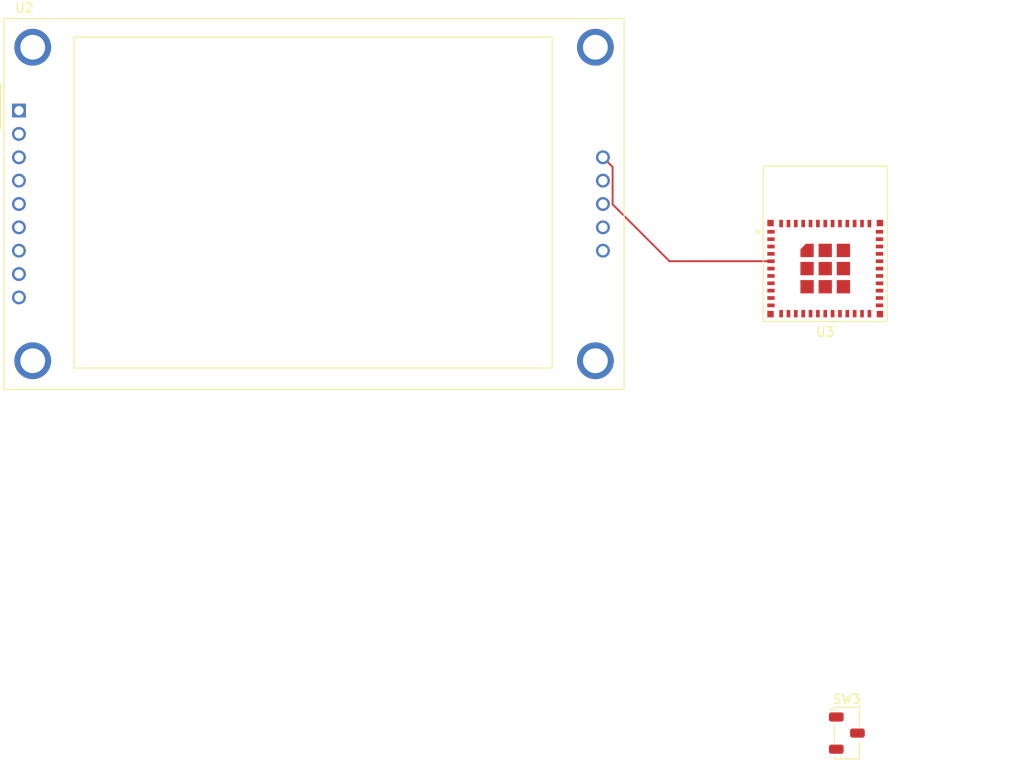
<source format=kicad_pcb>
(kicad_pcb (version 20241229) (generator "pcbnew") (generator_version "9.0")
  (layers (0 "F.Cu" signal) (2 "B.Cu" signal) (13 "F.Paste" user) (15 "B.Paste" user) (5 "F.SilkS" user "F.Silkscreen") (7 "B.SilkS" user "B.Silkscreen") (1 "F.Mask" user) (3 "B.Mask" user) (25 "Edge.Cuts" user))
  (net 0 "")
  (net 2 "Net-(SW3-B)")
  (net 7 "Net-(U2-SCK)")
  (net 8 "Net-(U2-D{slash}~{C})")
  (net 9 "Net-(U2-MOSI)")
  (net 10 "Net-(U2-SD_CS)")
  (net 11 "Net-(U2-RESET)")
  (net 12 "Net-(U2-~{CS})")
  (net 13 "Net-(U2-MISO)")
  (net 14 "Net-(U2-LED)")
  (footprint "Button_Switch_SMD:Nidec_Copal_CAS-120A" (layer "F.Cu") (at 123.85 119)
    (property "Reference" "SW3" (at 0 -3.7 0) (layer "F.SilkS"))
    (property "Value" "SW_Nidec_CAS-120A1")
    (fp_line (start -1.36 -2.81) (end 1.36 -2.81) (stroke (width 0.12)) (layer "F.SilkS"))
    (fp_line (start -1.36 -2.55) (end -1.9 -2.55) (stroke (width 0.12)) (layer "F.SilkS"))
    (fp_line (start -1.36 -2.55) (end -1.36 -2.8) (stroke (width 0.12)) (layer "F.SilkS"))
    (fp_line (start -1.36 -0.98) (end -1.36 0.98) (stroke (width 0.12)) (layer "F.SilkS"))
    (fp_line (start -1.36 2.81) (end -1.36 2.55) (stroke (width 0.12)) (layer "F.SilkS"))
    (fp_line (start 1.35 2.81) (end -1.35 2.81) (stroke (width 0.12)) (layer "F.SilkS"))
    (fp_line (start 1.36 -2.81) (end 1.36 -0.8) (stroke (width 0.12)) (layer "F.SilkS"))
    (fp_line (start 1.36 0.8) (end 1.36 2.81) (stroke (width 0.12)) (layer "F.SilkS"))
    (pad "1" smd roundrect (at -1.15 -1.75 270) (size 1 1.6) (layers "F.Cu" "F.Mask" "F.Paste"))
    (pad "2" smd roundrect (at 1.15 0 270) (size 1 1.6) (layers "F.Cu" "F.Mask" "F.Paste") (net 2 "Net-(SW3-B)"))
    (pad "3" smd roundrect (at -1.15 1.75 270) (size 1 1.6) (layers "F.Cu" "F.Mask" "F.Paste"))
  )
  (footprint "RF_Module:ESP32-C6-MINI-1" (layer "F.Cu") (at 121.5 68.475)
    (property "Reference" "U3" (at 0 6.9 0) (layer "F.SilkS"))
    (property "Value" "ESP32-C6-MINI-1")
    (fp_line (start -6.75 -11.15) (end 6.75 -11.15) (stroke (width 0.12)) (layer "F.SilkS"))
    (fp_line (start -6.75 5.75) (end -6.75 -11.15) (stroke (width 0.12)) (layer "F.SilkS"))
    (fp_line (start 6.75 -11.15) (end 6.75 5.75) (stroke (width 0.12)) (layer "F.SilkS"))
    (fp_line (start 6.75 5.75) (end -6.75 5.75) (stroke (width 0.12)) (layer "F.SilkS"))
    (fp_poly (pts (xy -7.1 -4) (xy -7.436 -3.76) (xy -7.436 -4.24) (xy -7.1 -4)) (stroke (width 0.12)) (fill yes) (layer "F.SilkS"))
    (pad "1" smd rect (at -5.9 -4) (size 0.8 0.4) (layers "F.Cu" "F.Mask" "F.Paste") (net 2 "Net-(SW3-B)"))
    (pad "2" smd rect (at -5.9 -3.2) (size 0.8 0.4) (layers "F.Cu" "F.Mask" "F.Paste") (net 2 "Net-(SW3-B)"))
    (pad "3" smd rect (at -5.9 -2.4) (size 0.8 0.4) (layers "F.Cu" "F.Mask" "F.Paste"))
    (pad "4" smd rect (at -5.9 -1.6) (size 0.8 0.4) (layers "F.Cu" "F.Mask" "F.Paste"))
    (pad "5" smd rect (at -5.9 -0.8) (size 0.8 0.4) (layers "F.Cu" "F.Mask" "F.Paste") (net 10 "Net-(U2-SD_CS)"))
    (pad "6" smd rect (at -5.9 0) (size 0.8 0.4) (layers "F.Cu" "F.Mask" "F.Paste") (net 8 "Net-(U2-D{slash}~{C})"))
    (pad "7" smd rect (at -5.9 0.8) (size 0.8 0.4) (layers "F.Cu" "F.Mask" "F.Paste"))
    (pad "8" smd rect (at -5.9 1.6) (size 0.8 0.4) (layers "F.Cu" "F.Mask" "F.Paste"))
    (pad "9" smd rect (at -5.9 2.4) (size 0.8 0.4) (layers "F.Cu" "F.Mask" "F.Paste") (net 12 "Net-(U2-~{CS})"))
    (pad "10" smd rect (at -5.9 3.2) (size 0.8 0.4) (layers "F.Cu" "F.Mask" "F.Paste") (net 9 "Net-(U2-MOSI)"))
    (pad "11" smd rect (at -5.9 4) (size 0.8 0.4) (layers "F.Cu" "F.Mask" "F.Paste") (net 2 "Net-(SW3-B)"))
    (pad "12" smd rect (at -4.8 4.9 90) (size 0.8 0.4) (layers "F.Cu" "F.Mask" "F.Paste"))
    (pad "13" smd rect (at -4 4.9 90) (size 0.8 0.4) (layers "F.Cu" "F.Mask" "F.Paste"))
    (pad "14" smd rect (at -3.2 4.9 90) (size 0.8 0.4) (layers "F.Cu" "F.Mask" "F.Paste") (net 2 "Net-(SW3-B)"))
    (pad "15" smd rect (at -2.4 4.9 90) (size 0.8 0.4) (layers "F.Cu" "F.Mask" "F.Paste") (net 13 "Net-(U2-MISO)"))
    (pad "16" smd rect (at -1.6 4.9 90) (size 0.8 0.4) (layers "F.Cu" "F.Mask" "F.Paste") (net 7 "Net-(U2-SCK)"))
    (pad "17" smd rect (at -0.8 4.9 90) (size 0.8 0.4) (layers "F.Cu" "F.Mask" "F.Paste"))
    (pad "18" smd rect (at 0 4.9 90) (size 0.8 0.4) (layers "F.Cu" "F.Mask" "F.Paste"))
    (pad "19" smd rect (at 0.8 4.9 90) (size 0.8 0.4) (layers "F.Cu" "F.Mask" "F.Paste"))
    (pad "20" smd rect (at 1.6 4.9 90) (size 0.8 0.4) (layers "F.Cu" "F.Mask" "F.Paste"))
    (pad "21" smd rect (at 2.4 4.9 90) (size 0.8 0.4) (layers "F.Cu" "F.Mask" "F.Paste"))
    (pad "22" smd rect (at 3.2 4.9 90) (size 0.8 0.4) (layers "F.Cu" "F.Mask" "F.Paste") (net 14 "Net-(U2-LED)"))
    (pad "23" smd rect (at 4 4.9 90) (size 0.8 0.4) (layers "F.Cu" "F.Mask" "F.Paste") (net 11 "Net-(U2-RESET)"))
    (pad "24" smd rect (at 4.8 4.9 90) (size 0.8 0.4) (layers "F.Cu" "F.Mask" "F.Paste"))
    (pad "25" smd rect (at 5.9 4) (size 0.8 0.4) (layers "F.Cu" "F.Mask" "F.Paste"))
    (pad "26" smd rect (at 5.9 3.2) (size 0.8 0.4) (layers "F.Cu" "F.Mask" "F.Paste"))
    (pad "27" smd rect (at 5.9 2.4) (size 0.8 0.4) (layers "F.Cu" "F.Mask" "F.Paste"))
    (pad "28" smd rect (at 5.9 1.6) (size 0.8 0.4) (layers "F.Cu" "F.Mask" "F.Paste"))
    (pad "29" smd rect (at 5.9 0.8) (size 0.8 0.4) (layers "F.Cu" "F.Mask" "F.Paste"))
    (pad "30" smd rect (at 5.9 0) (size 0.8 0.4) (layers "F.Cu" "F.Mask" "F.Paste"))
    (pad "31" smd rect (at 5.9 -0.8) (size 0.8 0.4) (layers "F.Cu" "F.Mask" "F.Paste"))
    (pad "32" smd rect (at 5.9 -1.6) (size 0.8 0.4) (layers "F.Cu" "F.Mask" "F.Paste"))
    (pad "33" smd rect (at 5.9 -2.4) (size 0.8 0.4) (layers "F.Cu" "F.Mask" "F.Paste"))
    (pad "34" smd rect (at 5.9 -3.2) (size 0.8 0.4) (layers "F.Cu" "F.Mask" "F.Paste"))
    (pad "35" smd rect (at 5.9 -4) (size 0.8 0.4) (layers "F.Cu" "F.Mask" "F.Paste"))
    (pad "36" smd rect (at 4.8 -4.9 90) (size 0.8 0.4) (layers "F.Cu" "F.Mask" "F.Paste") (net 2 "Net-(SW3-B)"))
    (pad "37" smd rect (at 4 -4.9 90) (size 0.8 0.4) (layers "F.Cu" "F.Mask" "F.Paste") (net 2 "Net-(SW3-B)"))
    (pad "38" smd rect (at 3.2 -4.9 90) (size 0.8 0.4) (layers "F.Cu" "F.Mask" "F.Paste") (net 2 "Net-(SW3-B)"))
    (pad "39" smd rect (at 2.4 -4.9 90) (size 0.8 0.4) (layers "F.Cu" "F.Mask" "F.Paste") (net 2 "Net-(SW3-B)"))
    (pad "40" smd rect (at 1.6 -4.9 90) (size 0.8 0.4) (layers "F.Cu" "F.Mask" "F.Paste") (net 2 "Net-(SW3-B)"))
    (pad "41" smd rect (at 0.8 -4.9 90) (size 0.8 0.4) (layers "F.Cu" "F.Mask" "F.Paste") (net 2 "Net-(SW3-B)"))
    (pad "42" smd rect (at 0 -4.9 90) (size 0.8 0.4) (layers "F.Cu" "F.Mask" "F.Paste") (net 2 "Net-(SW3-B)"))
    (pad "43" smd rect (at -0.8 -4.9 90) (size 0.8 0.4) (layers "F.Cu" "F.Mask" "F.Paste") (net 2 "Net-(SW3-B)"))
    (pad "44" smd rect (at -1.6 -4.9 90) (size 0.8 0.4) (layers "F.Cu" "F.Mask" "F.Paste") (net 2 "Net-(SW3-B)"))
    (pad "45" smd rect (at -2.4 -4.9 90) (size 0.8 0.4) (layers "F.Cu" "F.Mask" "F.Paste") (net 2 "Net-(SW3-B)"))
    (pad "46" smd rect (at -3.2 -4.9 90) (size 0.8 0.4) (layers "F.Cu" "F.Mask" "F.Paste") (net 2 "Net-(SW3-B)"))
    (pad "47" smd rect (at -4 -4.9 90) (size 0.8 0.4) (layers "F.Cu" "F.Mask" "F.Paste") (net 2 "Net-(SW3-B)"))
    (pad "48" smd rect (at -4.8 -4.9 90) (size 0.8 0.4) (layers "F.Cu" "F.Mask" "F.Paste") (net 2 "Net-(SW3-B)"))
    (pad "49" smd roundrect (at -1.975 -1.975) (size 1.45 1.45) (property pad_prop_heatsink) (layers "F.Cu" "F.Mask" "F.Paste") (roundrect_rratio 0) (chamfer_ratio 0.41) (chamfer top_left) (net 2 "Net-(SW3-B)"))
    (pad "49" smd rect (at -1.975 0) (size 1.45 1.45) (property pad_prop_heatsink) (layers "F.Cu" "F.Mask" "F.Paste") (net 2 "Net-(SW3-B)"))
    (pad "49" smd rect (at -1.975 1.975) (size 1.45 1.45) (property pad_prop_heatsink) (layers "F.Cu" "F.Mask" "F.Paste") (net 2 "Net-(SW3-B)"))
    (pad "49" smd rect (at 0 -1.975) (size 1.45 1.45) (property pad_prop_heatsink) (layers "F.Cu" "F.Mask" "F.Paste") (net 2 "Net-(SW3-B)"))
    (pad "49" smd rect (at 0 0) (size 1.45 1.45) (property pad_prop_heatsink) (layers "F.Cu" "F.Mask" "F.Paste") (net 2 "Net-(SW3-B)"))
    (pad "49" smd rect (at 0 1.975) (size 1.45 1.45) (property pad_prop_heatsink) (layers "F.Cu" "F.Mask" "F.Paste") (net 2 "Net-(SW3-B)"))
    (pad "49" smd rect (at 1.975 -1.975) (size 1.45 1.45) (property pad_prop_heatsink) (layers "F.Cu" "F.Mask" "F.Paste") (net 2 "Net-(SW3-B)"))
    (pad "49" smd rect (at 1.975 0) (size 1.45 1.45) (property pad_prop_heatsink) (layers "F.Cu" "F.Mask" "F.Paste") (net 2 "Net-(SW3-B)"))
    (pad "49" smd rect (at 1.975 1.975) (size 1.45 1.45) (property pad_prop_heatsink) (layers "F.Cu" "F.Mask" "F.Paste") (net 2 "Net-(SW3-B)"))
    (pad "50" smd rect (at 5.95 -4.95) (size 0.7 0.7) (layers "F.Cu" "F.Mask" "F.Paste") (net 2 "Net-(SW3-B)"))
    (pad "51" smd rect (at 5.95 4.95) (size 0.7 0.7) (layers "F.Cu" "F.Mask" "F.Paste") (net 2 "Net-(SW3-B)"))
    (pad "52" smd rect (at -5.95 4.95) (size 0.7 0.7) (layers "F.Cu" "F.Mask" "F.Paste") (net 2 "Net-(SW3-B)"))
    (pad "53" smd rect (at -5.95 -4.95) (size 0.7 0.7) (layers "F.Cu" "F.Mask" "F.Paste") (net 2 "Net-(SW3-B)"))
  )
  (footprint "Display:CR2013-MI2120" (layer "F.Cu") (at 33.8 51.29)
    (property "Reference" "U2" (at 0.59 -11.18 0) (layer "F.SilkS"))
    (property "Value" "CR2013-MI2120")
    (fp_line (start -2 -3) (end -2 2) (stroke (width 0.12)) (layer "F.SilkS"))
    (fp_line (start -1.62 -10.01) (end 65.82 -10.01) (stroke (width 0.12)) (layer "F.SilkS"))
    (fp_line (start -1.62 30.33) (end -1.62 -10.01) (stroke (width 0.12)) (layer "F.SilkS"))
    (fp_line (start 6 -8) (end 58 -8) (stroke (width 0.12)) (layer "F.SilkS"))
    (fp_line (start 6 28) (end 6 -8) (stroke (width 0.12)) (layer "F.SilkS"))
    (fp_line (start 58 -8) (end 58 28) (stroke (width 0.12)) (layer "F.SilkS"))
    (fp_line (start 58 28) (end 6 28) (stroke (width 0.12)) (layer "F.SilkS"))
    (fp_line (start 65.82 -10.01) (end 65.82 30.33) (stroke (width 0.12)) (layer "F.SilkS"))
    (fp_line (start 65.82 30.33) (end -1.62 30.33) (stroke (width 0.12)) (layer "F.SilkS"))
    (pad "" thru_hole circle (at 1.5 -6.89) (size 4 4) (drill 2.7) (layers "*.Cu" "*.Mask"))
    (pad "" thru_hole circle (at 1.5 27.21) (size 4 4) (drill 2.7) (layers "*.Cu" "*.Mask"))
    (pad "" thru_hole circle (at 62.7 -6.89) (size 4 4) (drill 2.7) (layers "*.Cu" "*.Mask"))
    (pad "" thru_hole circle (at 62.7 27.21) (size 4 4) (drill 2.7) (layers "*.Cu" "*.Mask"))
    (pad "1" thru_hole rect (at 0 0) (size 1.5 1.5) (drill 1) (layers "*.Cu" "*.Mask"))
    (pad "2" thru_hole circle (at 0 2.54) (size 1.5 1.5) (drill 1) (layers "*.Cu" "*.Mask"))
    (pad "3" thru_hole circle (at 0 5.08) (size 1.5 1.5) (drill 1) (layers "*.Cu" "*.Mask") (net 12 "Net-(U2-~{CS})"))
    (pad "4" thru_hole circle (at 0 7.62) (size 1.5 1.5) (drill 1) (layers "*.Cu" "*.Mask") (net 11 "Net-(U2-RESET)"))
    (pad "5" thru_hole circle (at 0 10.16) (size 1.5 1.5) (drill 1) (layers "*.Cu" "*.Mask") (net 8 "Net-(U2-D{slash}~{C})"))
    (pad "6" thru_hole circle (at 0 12.7) (size 1.5 1.5) (drill 1) (layers "*.Cu" "*.Mask") (net 9 "Net-(U2-MOSI)"))
    (pad "7" thru_hole circle (at 0 15.24) (size 1.5 1.5) (drill 1) (layers "*.Cu" "*.Mask") (net 7 "Net-(U2-SCK)"))
    (pad "8" thru_hole circle (at 0 17.78) (size 1.5 1.5) (drill 1) (layers "*.Cu" "*.Mask") (net 14 "Net-(U2-LED)"))
    (pad "9" thru_hole circle (at 0 20.32) (size 1.5 1.5) (drill 1) (layers "*.Cu" "*.Mask") (net 13 "Net-(U2-MISO)"))
    (pad "10" thru_hole circle (at 63.52 5.08) (size 1.5 1.5) (drill 1) (layers "*.Cu" "*.Mask") (net 10 "Net-(U2-SD_CS)"))
    (pad "11" thru_hole circle (at 63.52 7.62) (size 1.5 1.5) (drill 1) (layers "*.Cu" "*.Mask") (net 9 "Net-(U2-MOSI)"))
    (pad "12" thru_hole circle (at 63.52 10.16) (size 1.5 1.5) (drill 1) (layers "*.Cu" "*.Mask") (net 13 "Net-(U2-MISO)"))
    (pad "13" thru_hole circle (at 63.52 12.7) (size 1.5 1.5) (drill 1) (layers "*.Cu" "*.Mask") (net 7 "Net-(U2-SCK)"))
    (pad "14" thru_hole circle (at 63.52 15.24) (size 1.5 1.5) (drill 1) (layers "*.Cu" "*.Mask"))
  )
  (segment (start 98.371 61.488836) (end 98.371 57.421) (width 0.2) (layer "F.Cu") (net 10))
  (segment (start 104.557164 67.675) (end 98.371 61.488836) (width 0.2) (layer "F.Cu") (net 10))
  (segment (start 98.371 57.421) (end 97.32 56.37) (width 0.2) (layer "F.Cu") (net 10))
  (segment (start 115.6 67.675) (end 104.557164 67.675) (width 0.2) (layer "F.Cu") (net 10))
)
</source>
